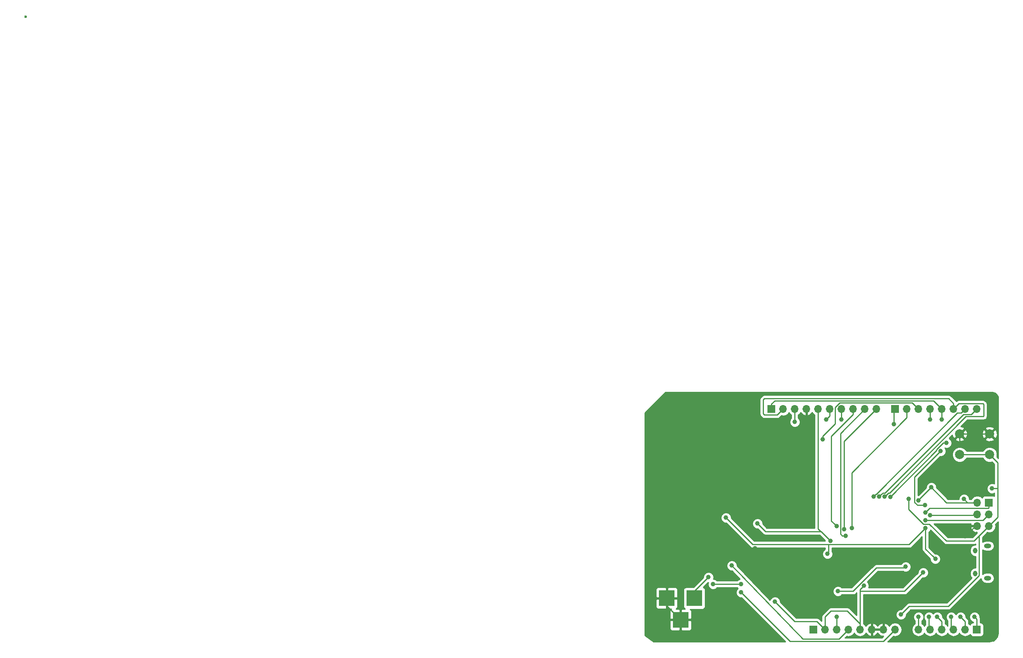
<source format=gbl>
G04 #@! TF.FileFunction,Copper,L2,Bot,Signal*
%FSLAX46Y46*%
G04 Gerber Fmt 4.6, Leading zero omitted, Abs format (unit mm)*
G04 Created by KiCad (PCBNEW 4.0.7) date Monday, August 13, 2018 'AMt' 10:39:14 AM*
%MOMM*%
%LPD*%
G01*
G04 APERTURE LIST*
%ADD10C,0.100000*%
%ADD11C,0.600000*%
%ADD12R,1.700000X1.700000*%
%ADD13O,1.700000X1.700000*%
%ADD14O,0.950000X1.250000*%
%ADD15O,1.550000X1.000000*%
%ADD16R,3.500000X3.500000*%
%ADD17C,2.000000*%
%ADD18C,1.000000*%
%ADD19C,0.250000*%
%ADD20C,0.300000*%
%ADD21C,0.254000*%
G04 APERTURE END LIST*
D10*
D11*
X150646000Y-100648000D03*
X149446000Y-100648000D03*
X148246000Y-100648000D03*
X147046000Y-100648000D03*
X150646000Y-99448000D03*
X149446000Y-99448000D03*
X148246000Y-99448000D03*
X147046000Y-99448000D03*
X150646000Y-98248000D03*
X149446000Y-98248000D03*
X148246000Y-98248000D03*
X147046000Y-98248000D03*
X150646000Y-97048000D03*
X149446000Y-97048000D03*
X148246000Y-97048000D03*
X0Y0D03*
D12*
X209658000Y-105686000D03*
D13*
X207118000Y-105686000D03*
X209658000Y-108226000D03*
X207118000Y-108226000D03*
X209658000Y-110766000D03*
X207118000Y-110766000D03*
D14*
X206676000Y-121118000D03*
X206676000Y-116118000D03*
D15*
X209376000Y-122118000D03*
X209376000Y-115118000D03*
D16*
X145542000Y-126492000D03*
X139542000Y-126492000D03*
X142542000Y-131192000D03*
D12*
X171438000Y-133316000D03*
D13*
X173978000Y-133316000D03*
X176518000Y-133316000D03*
X179058000Y-133316000D03*
X181598000Y-133316000D03*
X184138000Y-133316000D03*
X186678000Y-133316000D03*
X189218000Y-133316000D03*
D12*
X162314000Y-85316000D03*
D13*
X164854000Y-85316000D03*
X167394000Y-85316000D03*
X169934000Y-85316000D03*
X172474000Y-85316000D03*
X175014000Y-85316000D03*
X177554000Y-85316000D03*
X180094000Y-85316000D03*
X182634000Y-85316000D03*
X185174000Y-85316000D03*
D12*
X189238000Y-85316000D03*
D13*
X191778000Y-85316000D03*
X194318000Y-85316000D03*
X196858000Y-85316000D03*
X199398000Y-85316000D03*
X201938000Y-85316000D03*
X204478000Y-85316000D03*
X207018000Y-85316000D03*
D12*
X207018000Y-133316000D03*
D13*
X204478000Y-133316000D03*
X201938000Y-133316000D03*
X199398000Y-133316000D03*
X196858000Y-133316000D03*
X194318000Y-133316000D03*
D17*
X209804000Y-90750000D03*
X209804000Y-95250000D03*
X203304000Y-90750000D03*
X203304000Y-95250000D03*
D11*
X147046000Y-97048000D03*
D18*
X202946000Y-104394000D03*
X186182000Y-129730990D03*
X196029522Y-122726781D03*
X166568990Y-102616000D03*
X198628000Y-102362000D03*
X204470000Y-113030000D03*
X198882000Y-97028000D03*
X158766012Y-115633010D03*
X153162000Y-115824000D03*
X159258000Y-119380000D03*
X148082000Y-130556000D03*
X198002820Y-117936079D03*
X174498000Y-116840000D03*
X152400000Y-108966000D03*
X195834000Y-111252000D03*
X182447371Y-123773371D03*
X194310000Y-105215002D03*
X197104000Y-102362000D03*
X195326000Y-120904000D03*
X204216000Y-104902000D03*
X163068000Y-127254000D03*
X149606000Y-123444000D03*
X155702000Y-123444000D03*
X167386000Y-88138000D03*
X191516000Y-119634000D03*
X176784000Y-124968000D03*
X155702000Y-125222000D03*
X148590000Y-121920000D03*
X153670000Y-119380000D03*
X195786127Y-107872853D03*
X195827109Y-109522865D03*
X196850000Y-108458000D03*
X199390000Y-87630000D03*
X200406000Y-92710000D03*
X188158235Y-104478899D03*
X186961513Y-104390107D03*
X175134278Y-113982990D03*
X159258000Y-110236000D03*
X174244000Y-87630000D03*
X195700789Y-106222841D03*
X177546000Y-87630000D03*
X199136000Y-94488000D03*
X176475704Y-110792963D03*
X178443809Y-112887963D03*
X178150156Y-111449227D03*
X188976000Y-88646000D03*
X179832000Y-111252000D03*
X173482000Y-91948000D03*
X196850000Y-87630000D03*
X184562796Y-104338335D03*
X185761508Y-104394177D03*
X206502000Y-130556000D03*
X203454000Y-130556000D03*
X201422000Y-130556000D03*
X198374000Y-130556000D03*
X196596000Y-130556000D03*
X194310000Y-130556000D03*
X176530000Y-130556000D03*
X190500000Y-130048000D03*
X192212744Y-104863997D03*
X210312000Y-102616000D03*
D19*
X202946000Y-104394000D02*
X200914000Y-102362000D01*
X200914000Y-102362000D02*
X198628000Y-102362000D01*
X186182000Y-130438096D02*
X186182000Y-129730990D01*
X186182000Y-130568000D02*
X186182000Y-130438096D01*
X186678000Y-131064000D02*
X186182000Y-130568000D01*
X186678000Y-131064000D02*
X187692303Y-131064000D01*
X187692303Y-131064000D02*
X195529523Y-123226780D01*
X195529523Y-123226780D02*
X196029522Y-122726781D01*
X167068989Y-102116001D02*
X166568990Y-102616000D01*
X169934000Y-99250990D02*
X167068989Y-102116001D01*
X169934000Y-85316000D02*
X169934000Y-99250990D01*
X198882000Y-97028000D02*
X198882000Y-102108000D01*
X198882000Y-102108000D02*
X198628000Y-102362000D01*
X204470000Y-113030000D02*
X206734000Y-110766000D01*
X206734000Y-110766000D02*
X207118000Y-110766000D01*
X203304000Y-90750000D02*
X203304000Y-92606000D01*
X203304000Y-92606000D02*
X198882000Y-97028000D01*
X159258000Y-118872000D02*
X158766012Y-118380012D01*
X158766012Y-118380012D02*
X158766012Y-116340116D01*
X158766012Y-116340116D02*
X158766012Y-115633010D01*
X203304000Y-90750000D02*
X209804000Y-90750000D01*
X186678000Y-131064000D02*
X186678000Y-133316000D01*
X183896000Y-133074000D02*
X184138000Y-133316000D01*
X186678000Y-133316000D02*
X184138000Y-133316000D01*
X159258000Y-118872000D02*
X156210000Y-118872000D01*
X156210000Y-118872000D02*
X153162000Y-115824000D01*
X159258000Y-118872000D02*
X159258000Y-119380000D01*
D20*
X147446000Y-131192000D02*
X142542000Y-131192000D01*
X148082000Y-130556000D02*
X147446000Y-131192000D01*
D19*
X139542000Y-126492000D02*
X139542000Y-128192000D01*
X139542000Y-128192000D02*
X142542000Y-131192000D01*
X197502821Y-117436080D02*
X198002820Y-117936079D01*
X195834000Y-115767259D02*
X197502821Y-117436080D01*
X195834000Y-111252000D02*
X195834000Y-115767259D01*
X174752000Y-114808000D02*
X174752000Y-116586000D01*
X174752000Y-116586000D02*
X174498000Y-116840000D01*
X158242000Y-114808000D02*
X174752000Y-114808000D01*
X174752000Y-114808000D02*
X192278000Y-114808000D01*
X192278000Y-114808000D02*
X195834000Y-111252000D01*
X152400000Y-108966000D02*
X158242000Y-114808000D01*
X173978000Y-133316000D02*
X173978000Y-130568000D01*
X181598000Y-132068000D02*
X181598000Y-133316000D01*
X178816000Y-129286000D02*
X181598000Y-132068000D01*
X175260000Y-129286000D02*
X178816000Y-129286000D01*
X173978000Y-130568000D02*
X175260000Y-129286000D01*
X181947372Y-124273370D02*
X182447371Y-123773371D01*
X181598000Y-124622742D02*
X181947372Y-124273370D01*
X181598000Y-124968000D02*
X181598000Y-124622742D01*
X194310000Y-105156000D02*
X194310000Y-105215002D01*
X197104000Y-102362000D02*
X194310000Y-105156000D01*
X207118000Y-105686000D02*
X200428000Y-105686000D01*
X200428000Y-105686000D02*
X197104000Y-102362000D01*
X181598000Y-133316000D02*
X181598000Y-124968000D01*
X181598000Y-124968000D02*
X191262000Y-124968000D01*
X191262000Y-124968000D02*
X195326000Y-120904000D01*
X205000000Y-105686000D02*
X207118000Y-105686000D01*
X204216000Y-104902000D02*
X205000000Y-105686000D01*
X181610000Y-133304000D02*
X181598000Y-133316000D01*
X167386000Y-131572000D02*
X172234000Y-131572000D01*
X172234000Y-131572000D02*
X173978000Y-133316000D01*
X163068000Y-127254000D02*
X167386000Y-131572000D01*
X155702000Y-123444000D02*
X149606000Y-123444000D01*
X167386000Y-88138000D02*
X167386000Y-85324000D01*
X167386000Y-85324000D02*
X167394000Y-85316000D01*
X180086000Y-124968000D02*
X185166000Y-119888000D01*
X185166000Y-119888000D02*
X191262000Y-119888000D01*
X191262000Y-119888000D02*
X191516000Y-119634000D01*
X176784000Y-124968000D02*
X180086000Y-124968000D01*
X186644000Y-135890000D02*
X189218000Y-133316000D01*
X166370000Y-135890000D02*
X186644000Y-135890000D01*
X155702000Y-125222000D02*
X166370000Y-135890000D01*
X145542000Y-126492000D02*
X145542000Y-124968000D01*
X145542000Y-124968000D02*
X148590000Y-121920000D01*
X176992000Y-135382000D02*
X179058000Y-133316000D01*
X169164000Y-135382000D02*
X176992000Y-135382000D01*
X153670000Y-119380000D02*
X169164000Y-135382000D01*
X209658000Y-105686000D02*
X209658000Y-106786000D01*
X209658000Y-106786000D02*
X209510000Y-106934000D01*
X196724980Y-106934000D02*
X196286126Y-107372854D01*
X196286126Y-107372854D02*
X195786127Y-107872853D01*
X209510000Y-106934000D02*
X196724980Y-106934000D01*
X208361135Y-109522865D02*
X196534215Y-109522865D01*
X196534215Y-109522865D02*
X195827109Y-109522865D01*
X209658000Y-108226000D02*
X208361135Y-109522865D01*
X206886000Y-108458000D02*
X207118000Y-108226000D01*
X196850000Y-108458000D02*
X206886000Y-108458000D01*
X199698894Y-92710000D02*
X200406000Y-92710000D01*
X198310998Y-94097896D02*
X199698894Y-92710000D01*
X198310998Y-94326136D02*
X198310998Y-94097896D01*
X188158235Y-104478899D02*
X198310998Y-94326136D01*
X162314000Y-84216000D02*
X162314000Y-85316000D01*
X163021989Y-83508011D02*
X162314000Y-84216000D01*
X197590011Y-83508011D02*
X163021989Y-83508011D01*
X199398000Y-85316000D02*
X197590011Y-83508011D01*
X199390000Y-87630000D02*
X199390000Y-85324000D01*
X199390000Y-85324000D02*
X199398000Y-85316000D01*
X160782000Y-86614000D02*
X163556000Y-86614000D01*
X163556000Y-86614000D02*
X164854000Y-85316000D01*
X160528000Y-86360000D02*
X160782000Y-86614000D01*
X160528000Y-83312000D02*
X160528000Y-86360000D01*
X160782000Y-83058000D02*
X160528000Y-83312000D01*
X200882081Y-83058000D02*
X160782000Y-83058000D01*
X201938000Y-84113919D02*
X200882081Y-83058000D01*
X201938000Y-85316000D02*
X201938000Y-84113919D01*
X208346999Y-84140999D02*
X208534000Y-84328000D01*
X188023001Y-103568999D02*
X187817999Y-103568999D01*
X208460988Y-86941012D02*
X204650988Y-86941012D01*
X208534000Y-84328000D02*
X208534000Y-86868000D01*
X187198000Y-104188998D02*
X187198000Y-104394000D01*
X201938000Y-85316000D02*
X203113001Y-84140999D01*
X203113001Y-84140999D02*
X208346999Y-84140999D01*
X208534000Y-86868000D02*
X208460988Y-86941012D01*
X204650988Y-86941012D02*
X188023001Y-103568999D01*
X187817999Y-103568999D02*
X187198000Y-104188998D01*
X187198000Y-104394000D02*
X186965406Y-104394000D01*
X186965406Y-104394000D02*
X186961513Y-104390107D01*
X174634279Y-113482991D02*
X175134278Y-113982990D01*
X173113659Y-111962371D02*
X174634279Y-113482991D01*
X173025629Y-111962371D02*
X173113659Y-111962371D01*
X160984371Y-111962371D02*
X173025629Y-111962371D01*
X159258000Y-110236000D02*
X160984371Y-111962371D01*
X172474000Y-85316000D02*
X172474000Y-111410742D01*
X172474000Y-111410742D02*
X173025629Y-111962371D01*
X174244000Y-87630000D02*
X175014000Y-86860000D01*
X175014000Y-86860000D02*
X175014000Y-85316000D01*
X194096835Y-106222841D02*
X194993683Y-106222841D01*
X193484998Y-105611004D02*
X194096835Y-106222841D01*
X193484998Y-100139002D02*
X193484998Y-105611004D01*
X199136000Y-94488000D02*
X193484998Y-100139002D01*
X194993683Y-106222841D02*
X195700789Y-106222841D01*
X177546000Y-87630000D02*
X177546000Y-85324000D01*
X177546000Y-85324000D02*
X177554000Y-85316000D01*
X180094000Y-85316000D02*
X180094000Y-86518081D01*
X175364965Y-91247116D02*
X175364965Y-109682224D01*
X175364965Y-109682224D02*
X175975705Y-110292964D01*
X180094000Y-86518081D02*
X175364965Y-91247116D01*
X175975705Y-110292964D02*
X176475704Y-110792963D01*
X177736703Y-112887963D02*
X178443809Y-112887963D01*
X182634000Y-85316000D02*
X177325154Y-90624846D01*
X177325154Y-90624846D02*
X177325154Y-112476414D01*
X177325154Y-112476414D02*
X177736703Y-112887963D01*
X178150156Y-110742121D02*
X178150156Y-111449227D01*
X178150156Y-92339844D02*
X178150156Y-110742121D01*
X185174000Y-85316000D02*
X178150156Y-92339844D01*
X188976000Y-88646000D02*
X188976000Y-85578000D01*
X188976000Y-85578000D02*
X189238000Y-85316000D01*
X179832000Y-99161744D02*
X179832000Y-111252000D01*
X191778000Y-87215744D02*
X179832000Y-99161744D01*
X191778000Y-85316000D02*
X191778000Y-87215744D01*
X193468001Y-84466001D02*
X194318000Y-85316000D01*
X192960022Y-83958022D02*
X193468001Y-84466001D01*
X177172976Y-83958022D02*
X192960022Y-83958022D01*
X176189001Y-84941997D02*
X177172976Y-83958022D01*
X176189001Y-88533893D02*
X176189001Y-84941997D01*
X173482000Y-91240894D02*
X176189001Y-88533893D01*
X173482000Y-91948000D02*
X173482000Y-91240894D01*
X196850000Y-87630000D02*
X196850000Y-85324000D01*
X196850000Y-85324000D02*
X196858000Y-85316000D01*
X203628001Y-86165999D02*
X202789917Y-86165999D01*
X204478000Y-85316000D02*
X203628001Y-86165999D01*
X202789917Y-86165999D02*
X185117580Y-103838336D01*
X185117580Y-103838336D02*
X185062795Y-103838336D01*
X185062795Y-103838336D02*
X184562796Y-104338335D01*
X204084999Y-86491001D02*
X187010894Y-103565106D01*
X187010894Y-103565106D02*
X186590579Y-103565106D01*
X186590579Y-103565106D02*
X186261507Y-103894178D01*
X186261507Y-103894178D02*
X185761508Y-104394177D01*
X207018000Y-85316000D02*
X205842999Y-86491001D01*
X205842999Y-86491001D02*
X204084999Y-86491001D01*
X206502000Y-130556000D02*
X207018000Y-131072000D01*
X207018000Y-131072000D02*
X207018000Y-133316000D01*
X204478000Y-133316000D02*
X204478000Y-131580000D01*
X204478000Y-131580000D02*
X203454000Y-130556000D01*
X201422000Y-130556000D02*
X201422000Y-132800000D01*
X201422000Y-132800000D02*
X201938000Y-133316000D01*
X199398000Y-133316000D02*
X199398000Y-131580000D01*
X199398000Y-131580000D02*
X198374000Y-130556000D01*
X196596000Y-130556000D02*
X196596000Y-133054000D01*
X196596000Y-133054000D02*
X196858000Y-133316000D01*
X194310000Y-130556000D02*
X194310000Y-133308000D01*
X194310000Y-133308000D02*
X194318000Y-133316000D01*
X176530000Y-130556000D02*
X176530000Y-133304000D01*
X176530000Y-133304000D02*
X176518000Y-133316000D01*
X200805384Y-128270000D02*
X192278000Y-128270000D01*
X192278000Y-128270000D02*
X190500000Y-130048000D01*
X207518000Y-112906000D02*
X206378000Y-114046000D01*
X207518000Y-112906000D02*
X207518000Y-121557384D01*
X209658000Y-110766000D02*
X207518000Y-112906000D01*
X207518000Y-121557384D02*
X200805384Y-128270000D01*
X206378000Y-114046000D02*
X200406000Y-114046000D01*
X192212744Y-107129504D02*
X192212744Y-105571103D01*
X196707867Y-110347867D02*
X195431107Y-110347867D01*
X200406000Y-114046000D02*
X196707867Y-110347867D01*
X195431107Y-110347867D02*
X192212744Y-107129504D01*
X192212744Y-105571103D02*
X192212744Y-104863997D01*
X209804000Y-95250000D02*
X203304000Y-95250000D01*
X211582000Y-102616000D02*
X210312000Y-102616000D01*
X209804000Y-95250000D02*
X211582000Y-97028000D01*
X211582000Y-108842000D02*
X209658000Y-110766000D01*
X211582000Y-97028000D02*
X211582000Y-102616000D01*
X211582000Y-102616000D02*
X211582000Y-108842000D01*
D21*
G36*
X210979033Y-81884999D02*
X211285568Y-82150294D01*
X211459450Y-82393728D01*
X211613100Y-82700228D01*
X211659000Y-83336676D01*
X211659000Y-96030198D01*
X211370275Y-95741473D01*
X211438716Y-95576648D01*
X211439284Y-94926205D01*
X211190894Y-94325057D01*
X210731363Y-93864722D01*
X210130648Y-93615284D01*
X209480205Y-93614716D01*
X208879057Y-93863106D01*
X208418722Y-94322637D01*
X208349227Y-94490000D01*
X204759047Y-94490000D01*
X204690894Y-94325057D01*
X204231363Y-93864722D01*
X203630648Y-93615284D01*
X202980205Y-93614716D01*
X202379057Y-93863106D01*
X201918722Y-94322637D01*
X201669284Y-94923352D01*
X201668716Y-95573795D01*
X201917106Y-96174943D01*
X202376637Y-96635278D01*
X202977352Y-96884716D01*
X203627795Y-96885284D01*
X204228943Y-96636894D01*
X204689278Y-96177363D01*
X204758773Y-96010000D01*
X208348953Y-96010000D01*
X208417106Y-96174943D01*
X208876637Y-96635278D01*
X209477352Y-96884716D01*
X210127795Y-96885284D01*
X210295279Y-96816081D01*
X210822000Y-97342802D01*
X210822000Y-101598811D01*
X210538756Y-101481197D01*
X210087225Y-101480803D01*
X209669914Y-101653233D01*
X209350355Y-101972235D01*
X209177197Y-102389244D01*
X209176803Y-102840775D01*
X209349233Y-103258086D01*
X209668235Y-103577645D01*
X210085244Y-103750803D01*
X210536775Y-103751197D01*
X210822000Y-103633344D01*
X210822000Y-104282007D01*
X210759890Y-104239569D01*
X210508000Y-104188560D01*
X208808000Y-104188560D01*
X208572683Y-104232838D01*
X208356559Y-104371910D01*
X208211569Y-104584110D01*
X208200159Y-104640454D01*
X208197147Y-104635946D01*
X207715378Y-104314039D01*
X207147093Y-104201000D01*
X207088907Y-104201000D01*
X206520622Y-104314039D01*
X206038853Y-104635946D01*
X205845046Y-104926000D01*
X205350980Y-104926000D01*
X205351197Y-104677225D01*
X205178767Y-104259914D01*
X204859765Y-103940355D01*
X204442756Y-103767197D01*
X203991225Y-103766803D01*
X203573914Y-103939233D01*
X203254355Y-104258235D01*
X203081197Y-104675244D01*
X203080978Y-104926000D01*
X200742802Y-104926000D01*
X198238948Y-102422146D01*
X198239197Y-102137225D01*
X198066767Y-101719914D01*
X197747765Y-101400355D01*
X197330756Y-101227197D01*
X196879225Y-101226803D01*
X196461914Y-101399233D01*
X196142355Y-101718235D01*
X195969197Y-102135244D01*
X195968947Y-102422251D01*
X194311196Y-104080002D01*
X194244998Y-104079944D01*
X194244998Y-100453804D01*
X199075854Y-95622948D01*
X199360775Y-95623197D01*
X199778086Y-95450767D01*
X200097645Y-95131765D01*
X200270803Y-94714756D01*
X200271197Y-94263225D01*
X200098767Y-93845914D01*
X200039896Y-93786941D01*
X200179244Y-93844803D01*
X200630775Y-93845197D01*
X201048086Y-93672767D01*
X201367645Y-93353765D01*
X201540803Y-92936756D01*
X201541197Y-92485225D01*
X201368767Y-92067914D01*
X201203674Y-91902532D01*
X202331073Y-91902532D01*
X202429736Y-92169387D01*
X203039461Y-92395908D01*
X203689460Y-92371856D01*
X204178264Y-92169387D01*
X204276927Y-91902532D01*
X208831073Y-91902532D01*
X208929736Y-92169387D01*
X209539461Y-92395908D01*
X210189460Y-92371856D01*
X210678264Y-92169387D01*
X210776927Y-91902532D01*
X209804000Y-90929605D01*
X208831073Y-91902532D01*
X204276927Y-91902532D01*
X203304000Y-90929605D01*
X202331073Y-91902532D01*
X201203674Y-91902532D01*
X201049765Y-91748355D01*
X200956976Y-91709826D01*
X201676763Y-90990039D01*
X201682144Y-91135460D01*
X201884613Y-91624264D01*
X202151468Y-91722927D01*
X203124395Y-90750000D01*
X203483605Y-90750000D01*
X204456532Y-91722927D01*
X204723387Y-91624264D01*
X204949908Y-91014539D01*
X204930331Y-90485461D01*
X208158092Y-90485461D01*
X208182144Y-91135460D01*
X208384613Y-91624264D01*
X208651468Y-91722927D01*
X209624395Y-90750000D01*
X209983605Y-90750000D01*
X210956532Y-91722927D01*
X211223387Y-91624264D01*
X211449908Y-91014539D01*
X211425856Y-90364540D01*
X211223387Y-89875736D01*
X210956532Y-89777073D01*
X209983605Y-90750000D01*
X209624395Y-90750000D01*
X208651468Y-89777073D01*
X208384613Y-89875736D01*
X208158092Y-90485461D01*
X204930331Y-90485461D01*
X204925856Y-90364540D01*
X204723387Y-89875736D01*
X204456532Y-89777073D01*
X203483605Y-90750000D01*
X203124395Y-90750000D01*
X203110253Y-90735858D01*
X203289858Y-90556253D01*
X203304000Y-90570395D01*
X204276927Y-89597468D01*
X208831073Y-89597468D01*
X209804000Y-90570395D01*
X210776927Y-89597468D01*
X210678264Y-89330613D01*
X210068539Y-89104092D01*
X209418540Y-89128144D01*
X208929736Y-89330613D01*
X208831073Y-89597468D01*
X204276927Y-89597468D01*
X204178264Y-89330613D01*
X203568539Y-89104092D01*
X203562486Y-89104316D01*
X204965790Y-87701012D01*
X208460988Y-87701012D01*
X208751827Y-87643160D01*
X208998389Y-87478413D01*
X209071401Y-87405401D01*
X209236148Y-87158839D01*
X209294000Y-86868000D01*
X209294000Y-84328000D01*
X209236148Y-84037161D01*
X209236148Y-84037160D01*
X209071401Y-83790599D01*
X208884400Y-83603598D01*
X208637838Y-83438851D01*
X208346999Y-83380999D01*
X203113001Y-83380999D01*
X202822161Y-83438851D01*
X202575600Y-83603598D01*
X202526382Y-83652816D01*
X202475401Y-83576518D01*
X201419482Y-82520599D01*
X201172920Y-82355852D01*
X200882081Y-82298000D01*
X160782000Y-82298000D01*
X160491160Y-82355852D01*
X160244599Y-82520599D01*
X159990599Y-82774599D01*
X159825852Y-83021161D01*
X159768000Y-83312000D01*
X159768000Y-86360000D01*
X159825852Y-86650839D01*
X159990599Y-86897401D01*
X160244599Y-87151401D01*
X160491160Y-87316148D01*
X160782000Y-87374000D01*
X163556000Y-87374000D01*
X163846839Y-87316148D01*
X164093401Y-87151401D01*
X164487592Y-86757210D01*
X164854000Y-86830093D01*
X165422285Y-86717054D01*
X165904054Y-86395147D01*
X166124000Y-86065974D01*
X166343946Y-86395147D01*
X166626000Y-86583609D01*
X166626000Y-87292941D01*
X166424355Y-87494235D01*
X166251197Y-87911244D01*
X166250803Y-88362775D01*
X166423233Y-88780086D01*
X166742235Y-89099645D01*
X167159244Y-89272803D01*
X167610775Y-89273197D01*
X168028086Y-89100767D01*
X168347645Y-88781765D01*
X168520803Y-88364756D01*
X168521197Y-87913225D01*
X168348767Y-87495914D01*
X168146000Y-87292793D01*
X168146000Y-86594300D01*
X168444054Y-86395147D01*
X168671702Y-86054447D01*
X168738817Y-86197358D01*
X169167076Y-86587645D01*
X169577110Y-86757476D01*
X169807000Y-86636155D01*
X169807000Y-85443000D01*
X169787000Y-85443000D01*
X169787000Y-85189000D01*
X169807000Y-85189000D01*
X169807000Y-85169000D01*
X170061000Y-85169000D01*
X170061000Y-85189000D01*
X170081000Y-85189000D01*
X170081000Y-85443000D01*
X170061000Y-85443000D01*
X170061000Y-86636155D01*
X170290890Y-86757476D01*
X170700924Y-86587645D01*
X171129183Y-86197358D01*
X171196298Y-86054447D01*
X171423946Y-86395147D01*
X171714000Y-86588954D01*
X171714000Y-111202371D01*
X161299173Y-111202371D01*
X160392948Y-110296146D01*
X160393197Y-110011225D01*
X160220767Y-109593914D01*
X159901765Y-109274355D01*
X159484756Y-109101197D01*
X159033225Y-109100803D01*
X158615914Y-109273233D01*
X158296355Y-109592235D01*
X158123197Y-110009244D01*
X158122803Y-110460775D01*
X158295233Y-110878086D01*
X158614235Y-111197645D01*
X159031244Y-111370803D01*
X159318251Y-111371053D01*
X160446970Y-112499772D01*
X160693531Y-112664519D01*
X160984371Y-112722371D01*
X172798857Y-112722371D01*
X173999330Y-113922844D01*
X173999220Y-114048000D01*
X158556802Y-114048000D01*
X153534948Y-109026146D01*
X153535197Y-108741225D01*
X153362767Y-108323914D01*
X153043765Y-108004355D01*
X152626756Y-107831197D01*
X152175225Y-107830803D01*
X151757914Y-108003233D01*
X151438355Y-108322235D01*
X151265197Y-108739244D01*
X151264803Y-109190775D01*
X151437233Y-109608086D01*
X151756235Y-109927645D01*
X152173244Y-110100803D01*
X152460251Y-110101053D01*
X157704599Y-115345401D01*
X157951161Y-115510148D01*
X158242000Y-115568000D01*
X173992000Y-115568000D01*
X173992000Y-115821003D01*
X173855914Y-115877233D01*
X173536355Y-116196235D01*
X173363197Y-116613244D01*
X173362803Y-117064775D01*
X173535233Y-117482086D01*
X173854235Y-117801645D01*
X174271244Y-117974803D01*
X174722775Y-117975197D01*
X175140086Y-117802767D01*
X175459645Y-117483765D01*
X175632803Y-117066756D01*
X175633197Y-116615225D01*
X175512000Y-116321907D01*
X175512000Y-115568000D01*
X192278000Y-115568000D01*
X192568839Y-115510148D01*
X192815401Y-115345401D01*
X195074000Y-113086802D01*
X195074000Y-115767259D01*
X195131852Y-116058098D01*
X195296599Y-116304660D01*
X196867872Y-117875933D01*
X196867623Y-118160854D01*
X197040053Y-118578165D01*
X197359055Y-118897724D01*
X197776064Y-119070882D01*
X198227595Y-119071276D01*
X198644906Y-118898846D01*
X198964465Y-118579844D01*
X199137623Y-118162835D01*
X199138017Y-117711304D01*
X198965587Y-117293993D01*
X198646585Y-116974434D01*
X198229576Y-116801276D01*
X197942569Y-116801026D01*
X196594000Y-115452457D01*
X196594000Y-112097059D01*
X196795645Y-111895765D01*
X196908699Y-111623501D01*
X199868599Y-114583401D01*
X200115161Y-114748148D01*
X200406000Y-114806000D01*
X206378000Y-114806000D01*
X206668839Y-114748148D01*
X206758000Y-114688573D01*
X206758000Y-114849626D01*
X206676000Y-114833315D01*
X206251221Y-114917809D01*
X205891111Y-115158426D01*
X205650494Y-115518536D01*
X205566000Y-115943315D01*
X205566000Y-116292685D01*
X205650494Y-116717464D01*
X205891111Y-117077574D01*
X206251221Y-117318191D01*
X206676000Y-117402685D01*
X206758000Y-117386374D01*
X206758000Y-119849626D01*
X206676000Y-119833315D01*
X206251221Y-119917809D01*
X205891111Y-120158426D01*
X205650494Y-120518536D01*
X205566000Y-120943315D01*
X205566000Y-121292685D01*
X205650494Y-121717464D01*
X205891111Y-122077574D01*
X205910232Y-122090350D01*
X200490582Y-127510000D01*
X192278000Y-127510000D01*
X191987161Y-127567852D01*
X191740599Y-127732599D01*
X190560146Y-128913052D01*
X190275225Y-128912803D01*
X189857914Y-129085233D01*
X189538355Y-129404235D01*
X189365197Y-129821244D01*
X189364803Y-130272775D01*
X189537233Y-130690086D01*
X189856235Y-131009645D01*
X190273244Y-131182803D01*
X190724775Y-131183197D01*
X191142086Y-131010767D01*
X191461645Y-130691765D01*
X191634803Y-130274756D01*
X191635053Y-129987749D01*
X192592802Y-129030000D01*
X200805384Y-129030000D01*
X201096223Y-128972148D01*
X201342785Y-128807401D01*
X207953940Y-122196246D01*
X208024773Y-122552346D01*
X208270810Y-122920566D01*
X208639030Y-123166603D01*
X209073376Y-123253000D01*
X209678624Y-123253000D01*
X210112970Y-123166603D01*
X210481190Y-122920566D01*
X210727227Y-122552346D01*
X210813624Y-122118000D01*
X210727227Y-121683654D01*
X210481190Y-121315434D01*
X210112970Y-121069397D01*
X209678624Y-120983000D01*
X209073376Y-120983000D01*
X208639030Y-121069397D01*
X208278000Y-121310630D01*
X208278000Y-115925370D01*
X208639030Y-116166603D01*
X209073376Y-116253000D01*
X209678624Y-116253000D01*
X210112970Y-116166603D01*
X210481190Y-115920566D01*
X210727227Y-115552346D01*
X210813624Y-115118000D01*
X210727227Y-114683654D01*
X210481190Y-114315434D01*
X210112970Y-114069397D01*
X209678624Y-113983000D01*
X209073376Y-113983000D01*
X208639030Y-114069397D01*
X208278000Y-114310630D01*
X208278000Y-113220802D01*
X209311031Y-112187771D01*
X209628907Y-112251000D01*
X209687093Y-112251000D01*
X210255378Y-112137961D01*
X210737147Y-111816054D01*
X211059054Y-111334285D01*
X211172093Y-110766000D01*
X211099210Y-110399592D01*
X211659000Y-109839802D01*
X211659000Y-134044533D01*
X211505398Y-134816743D01*
X211270471Y-135168335D01*
X210612457Y-135744097D01*
X210508741Y-135813398D01*
X209736533Y-135967000D01*
X187641802Y-135967000D01*
X188851592Y-134757210D01*
X189218000Y-134830093D01*
X189786285Y-134717054D01*
X190268054Y-134395147D01*
X190589961Y-133913378D01*
X190703000Y-133345093D01*
X190703000Y-133286907D01*
X192833000Y-133286907D01*
X192833000Y-133345093D01*
X192946039Y-133913378D01*
X193267946Y-134395147D01*
X193749715Y-134717054D01*
X194318000Y-134830093D01*
X194886285Y-134717054D01*
X195368054Y-134395147D01*
X195588000Y-134065974D01*
X195807946Y-134395147D01*
X196289715Y-134717054D01*
X196858000Y-134830093D01*
X197426285Y-134717054D01*
X197908054Y-134395147D01*
X198128000Y-134065974D01*
X198347946Y-134395147D01*
X198829715Y-134717054D01*
X199398000Y-134830093D01*
X199966285Y-134717054D01*
X200448054Y-134395147D01*
X200668000Y-134065974D01*
X200887946Y-134395147D01*
X201369715Y-134717054D01*
X201938000Y-134830093D01*
X202506285Y-134717054D01*
X202988054Y-134395147D01*
X203208000Y-134065974D01*
X203427946Y-134395147D01*
X203909715Y-134717054D01*
X204478000Y-134830093D01*
X205046285Y-134717054D01*
X205528054Y-134395147D01*
X205555850Y-134353548D01*
X205564838Y-134401317D01*
X205703910Y-134617441D01*
X205916110Y-134762431D01*
X206168000Y-134813440D01*
X207868000Y-134813440D01*
X208103317Y-134769162D01*
X208319441Y-134630090D01*
X208464431Y-134417890D01*
X208515440Y-134166000D01*
X208515440Y-132466000D01*
X208471162Y-132230683D01*
X208332090Y-132014559D01*
X208119890Y-131869569D01*
X207868000Y-131818560D01*
X207778000Y-131818560D01*
X207778000Y-131072000D01*
X207720148Y-130781161D01*
X207720148Y-130781160D01*
X207636913Y-130656590D01*
X207637197Y-130331225D01*
X207464767Y-129913914D01*
X207145765Y-129594355D01*
X206728756Y-129421197D01*
X206277225Y-129420803D01*
X205859914Y-129593233D01*
X205540355Y-129912235D01*
X205367197Y-130329244D01*
X205366803Y-130780775D01*
X205539233Y-131198086D01*
X205858235Y-131517645D01*
X206258000Y-131683643D01*
X206258000Y-131818560D01*
X206168000Y-131818560D01*
X205932683Y-131862838D01*
X205716559Y-132001910D01*
X205571569Y-132214110D01*
X205557914Y-132281541D01*
X205528054Y-132236853D01*
X205238000Y-132043046D01*
X205238000Y-131580000D01*
X205180148Y-131289161D01*
X205015401Y-131042599D01*
X204588948Y-130616146D01*
X204589197Y-130331225D01*
X204416767Y-129913914D01*
X204097765Y-129594355D01*
X203680756Y-129421197D01*
X203229225Y-129420803D01*
X202811914Y-129593233D01*
X202492355Y-129912235D01*
X202438080Y-130042942D01*
X202384767Y-129913914D01*
X202065765Y-129594355D01*
X201648756Y-129421197D01*
X201197225Y-129420803D01*
X200779914Y-129593233D01*
X200460355Y-129912235D01*
X200287197Y-130329244D01*
X200286803Y-130780775D01*
X200459233Y-131198086D01*
X200662000Y-131401207D01*
X200662000Y-132557047D01*
X200448054Y-132236853D01*
X200158000Y-132043046D01*
X200158000Y-131580000D01*
X200100148Y-131289161D01*
X199935401Y-131042599D01*
X199508948Y-130616146D01*
X199509197Y-130331225D01*
X199336767Y-129913914D01*
X199017765Y-129594355D01*
X198600756Y-129421197D01*
X198149225Y-129420803D01*
X197731914Y-129593233D01*
X197484849Y-129839867D01*
X197239765Y-129594355D01*
X196822756Y-129421197D01*
X196371225Y-129420803D01*
X195953914Y-129593233D01*
X195634355Y-129912235D01*
X195461197Y-130329244D01*
X195460803Y-130780775D01*
X195633233Y-131198086D01*
X195836000Y-131401207D01*
X195836000Y-132218108D01*
X195807946Y-132236853D01*
X195588000Y-132566026D01*
X195368054Y-132236853D01*
X195070000Y-132037700D01*
X195070000Y-131401059D01*
X195271645Y-131199765D01*
X195444803Y-130782756D01*
X195445197Y-130331225D01*
X195272767Y-129913914D01*
X194953765Y-129594355D01*
X194536756Y-129421197D01*
X194085225Y-129420803D01*
X193667914Y-129593233D01*
X193348355Y-129912235D01*
X193175197Y-130329244D01*
X193174803Y-130780775D01*
X193347233Y-131198086D01*
X193550000Y-131401207D01*
X193550000Y-132048391D01*
X193267946Y-132236853D01*
X192946039Y-132718622D01*
X192833000Y-133286907D01*
X190703000Y-133286907D01*
X190589961Y-132718622D01*
X190268054Y-132236853D01*
X189786285Y-131914946D01*
X189218000Y-131801907D01*
X188649715Y-131914946D01*
X188167946Y-132236853D01*
X187940298Y-132577553D01*
X187873183Y-132434642D01*
X187444924Y-132044355D01*
X187034890Y-131874524D01*
X186805000Y-131995845D01*
X186805000Y-133189000D01*
X186825000Y-133189000D01*
X186825000Y-133443000D01*
X186805000Y-133443000D01*
X186805000Y-133463000D01*
X186551000Y-133463000D01*
X186551000Y-133443000D01*
X184265000Y-133443000D01*
X184265000Y-134636155D01*
X184494890Y-134757476D01*
X184904924Y-134587645D01*
X185333183Y-134197358D01*
X185408000Y-134038046D01*
X185482817Y-134197358D01*
X185911076Y-134587645D01*
X186321110Y-134757476D01*
X186550998Y-134636156D01*
X186550998Y-134801000D01*
X186658198Y-134801000D01*
X186329198Y-135130000D01*
X178318802Y-135130000D01*
X178691592Y-134757210D01*
X179058000Y-134830093D01*
X179626285Y-134717054D01*
X180108054Y-134395147D01*
X180328000Y-134065974D01*
X180547946Y-134395147D01*
X181029715Y-134717054D01*
X181598000Y-134830093D01*
X182166285Y-134717054D01*
X182648054Y-134395147D01*
X182875702Y-134054447D01*
X182942817Y-134197358D01*
X183371076Y-134587645D01*
X183781110Y-134757476D01*
X184011000Y-134636155D01*
X184011000Y-133443000D01*
X183991000Y-133443000D01*
X183991000Y-133189000D01*
X184011000Y-133189000D01*
X184011000Y-131995845D01*
X184265000Y-131995845D01*
X184265000Y-133189000D01*
X186551000Y-133189000D01*
X186551000Y-131995845D01*
X186321110Y-131874524D01*
X185911076Y-132044355D01*
X185482817Y-132434642D01*
X185408000Y-132593954D01*
X185333183Y-132434642D01*
X184904924Y-132044355D01*
X184494890Y-131874524D01*
X184265000Y-131995845D01*
X184011000Y-131995845D01*
X183781110Y-131874524D01*
X183371076Y-132044355D01*
X182942817Y-132434642D01*
X182875702Y-132577553D01*
X182648054Y-132236853D01*
X182358000Y-132043046D01*
X182358000Y-125728000D01*
X191262000Y-125728000D01*
X191552839Y-125670148D01*
X191799401Y-125505401D01*
X195265854Y-122038948D01*
X195550775Y-122039197D01*
X195968086Y-121866767D01*
X196287645Y-121547765D01*
X196460803Y-121130756D01*
X196461197Y-120679225D01*
X196288767Y-120261914D01*
X195969765Y-119942355D01*
X195552756Y-119769197D01*
X195101225Y-119768803D01*
X194683914Y-119941233D01*
X194364355Y-120260235D01*
X194191197Y-120677244D01*
X194190947Y-120964251D01*
X190947198Y-124208000D01*
X183495857Y-124208000D01*
X183582174Y-124000127D01*
X183582568Y-123548596D01*
X183410138Y-123131285D01*
X183204007Y-122924795D01*
X185480802Y-120648000D01*
X190998319Y-120648000D01*
X191289244Y-120768803D01*
X191740775Y-120769197D01*
X192158086Y-120596767D01*
X192477645Y-120277765D01*
X192650803Y-119860756D01*
X192651197Y-119409225D01*
X192478767Y-118991914D01*
X192159765Y-118672355D01*
X191742756Y-118499197D01*
X191291225Y-118498803D01*
X190873914Y-118671233D01*
X190554355Y-118990235D01*
X190497150Y-119128000D01*
X185166000Y-119128000D01*
X184875161Y-119185852D01*
X184628599Y-119350599D01*
X179771198Y-124208000D01*
X177629059Y-124208000D01*
X177427765Y-124006355D01*
X177010756Y-123833197D01*
X176559225Y-123832803D01*
X176141914Y-124005233D01*
X175822355Y-124324235D01*
X175649197Y-124741244D01*
X175648803Y-125192775D01*
X175821233Y-125610086D01*
X176140235Y-125929645D01*
X176557244Y-126102803D01*
X177008775Y-126103197D01*
X177426086Y-125930767D01*
X177629207Y-125728000D01*
X180086000Y-125728000D01*
X180376839Y-125670148D01*
X180623401Y-125505401D01*
X180838000Y-125290802D01*
X180838000Y-130233198D01*
X179353401Y-128748599D01*
X179106839Y-128583852D01*
X178816000Y-128526000D01*
X175260000Y-128526000D01*
X174969161Y-128583852D01*
X174722599Y-128748599D01*
X173440599Y-130030599D01*
X173275852Y-130277161D01*
X173218000Y-130568000D01*
X173218000Y-131481198D01*
X172771401Y-131034599D01*
X172524839Y-130869852D01*
X172234000Y-130812000D01*
X167700802Y-130812000D01*
X164202948Y-127314146D01*
X164203197Y-127029225D01*
X164030767Y-126611914D01*
X163711765Y-126292355D01*
X163294756Y-126119197D01*
X162843225Y-126118803D01*
X162425914Y-126291233D01*
X162106355Y-126610235D01*
X161992972Y-126883291D01*
X154804931Y-119459578D01*
X154805197Y-119155225D01*
X154632767Y-118737914D01*
X154313765Y-118418355D01*
X153896756Y-118245197D01*
X153445225Y-118244803D01*
X153027914Y-118417233D01*
X152708355Y-118736235D01*
X152535197Y-119153244D01*
X152534803Y-119604775D01*
X152707233Y-120022086D01*
X153026235Y-120341645D01*
X153443244Y-120514803D01*
X153711124Y-120515037D01*
X155456312Y-122317444D01*
X155059914Y-122481233D01*
X154856793Y-122684000D01*
X150451059Y-122684000D01*
X150249765Y-122482355D01*
X149832756Y-122309197D01*
X149657415Y-122309044D01*
X149724803Y-122146756D01*
X149725197Y-121695225D01*
X149552767Y-121277914D01*
X149233765Y-120958355D01*
X148816756Y-120785197D01*
X148365225Y-120784803D01*
X147947914Y-120957233D01*
X147628355Y-121276235D01*
X147455197Y-121693244D01*
X147454947Y-121980251D01*
X145340638Y-124094560D01*
X143792000Y-124094560D01*
X143556683Y-124138838D01*
X143340559Y-124277910D01*
X143195569Y-124490110D01*
X143144560Y-124742000D01*
X143144560Y-128242000D01*
X143188838Y-128477317D01*
X143327910Y-128693441D01*
X143494109Y-128807000D01*
X142827750Y-128807000D01*
X142669000Y-128965750D01*
X142669000Y-131065000D01*
X144768250Y-131065000D01*
X144927000Y-130906250D01*
X144927000Y-129315690D01*
X144830327Y-129082301D01*
X144651698Y-128903673D01*
X144617337Y-128889440D01*
X147292000Y-128889440D01*
X147527317Y-128845162D01*
X147743441Y-128706090D01*
X147888431Y-128493890D01*
X147939440Y-128242000D01*
X147939440Y-124742000D01*
X147895162Y-124506683D01*
X147756090Y-124290559D01*
X147543890Y-124145569D01*
X147456858Y-124127944D01*
X148529854Y-123054948D01*
X148538585Y-123054956D01*
X148471197Y-123217244D01*
X148470803Y-123668775D01*
X148643233Y-124086086D01*
X148962235Y-124405645D01*
X149379244Y-124578803D01*
X149830775Y-124579197D01*
X150248086Y-124406767D01*
X150451207Y-124204000D01*
X154856941Y-124204000D01*
X154985867Y-124333151D01*
X154740355Y-124578235D01*
X154567197Y-124995244D01*
X154566803Y-125446775D01*
X154739233Y-125864086D01*
X155058235Y-126183645D01*
X155475244Y-126356803D01*
X155762251Y-126357053D01*
X165372198Y-135967000D01*
X136627666Y-135967000D01*
X134806695Y-134601271D01*
X134797000Y-134552533D01*
X134797000Y-131477750D01*
X140157000Y-131477750D01*
X140157000Y-133068310D01*
X140253673Y-133301699D01*
X140432302Y-133480327D01*
X140665691Y-133577000D01*
X142256250Y-133577000D01*
X142415000Y-133418250D01*
X142415000Y-131319000D01*
X142669000Y-131319000D01*
X142669000Y-133418250D01*
X142827750Y-133577000D01*
X144418309Y-133577000D01*
X144651698Y-133480327D01*
X144830327Y-133301699D01*
X144927000Y-133068310D01*
X144927000Y-131477750D01*
X144768250Y-131319000D01*
X142669000Y-131319000D01*
X142415000Y-131319000D01*
X140315750Y-131319000D01*
X140157000Y-131477750D01*
X134797000Y-131477750D01*
X134797000Y-126777750D01*
X137157000Y-126777750D01*
X137157000Y-128368310D01*
X137253673Y-128601699D01*
X137432302Y-128780327D01*
X137665691Y-128877000D01*
X139256250Y-128877000D01*
X139415000Y-128718250D01*
X139415000Y-126619000D01*
X139669000Y-126619000D01*
X139669000Y-128718250D01*
X139827750Y-128877000D01*
X140496696Y-128877000D01*
X140432302Y-128903673D01*
X140253673Y-129082301D01*
X140157000Y-129315690D01*
X140157000Y-130906250D01*
X140315750Y-131065000D01*
X142415000Y-131065000D01*
X142415000Y-128965750D01*
X142256250Y-128807000D01*
X141587304Y-128807000D01*
X141651698Y-128780327D01*
X141830327Y-128601699D01*
X141927000Y-128368310D01*
X141927000Y-126777750D01*
X141768250Y-126619000D01*
X139669000Y-126619000D01*
X139415000Y-126619000D01*
X137315750Y-126619000D01*
X137157000Y-126777750D01*
X134797000Y-126777750D01*
X134797000Y-124615690D01*
X137157000Y-124615690D01*
X137157000Y-126206250D01*
X137315750Y-126365000D01*
X139415000Y-126365000D01*
X139415000Y-124265750D01*
X139669000Y-124265750D01*
X139669000Y-126365000D01*
X141768250Y-126365000D01*
X141927000Y-126206250D01*
X141927000Y-124615690D01*
X141830327Y-124382301D01*
X141651698Y-124203673D01*
X141418309Y-124107000D01*
X139827750Y-124107000D01*
X139669000Y-124265750D01*
X139415000Y-124265750D01*
X139256250Y-124107000D01*
X137665691Y-124107000D01*
X137432302Y-124203673D01*
X137253673Y-124382301D01*
X137157000Y-124615690D01*
X134797000Y-124615690D01*
X134797000Y-86135736D01*
X139221736Y-81711000D01*
X210455209Y-81711000D01*
X210979033Y-81884999D01*
X210979033Y-81884999D01*
G37*
X210979033Y-81884999D02*
X211285568Y-82150294D01*
X211459450Y-82393728D01*
X211613100Y-82700228D01*
X211659000Y-83336676D01*
X211659000Y-96030198D01*
X211370275Y-95741473D01*
X211438716Y-95576648D01*
X211439284Y-94926205D01*
X211190894Y-94325057D01*
X210731363Y-93864722D01*
X210130648Y-93615284D01*
X209480205Y-93614716D01*
X208879057Y-93863106D01*
X208418722Y-94322637D01*
X208349227Y-94490000D01*
X204759047Y-94490000D01*
X204690894Y-94325057D01*
X204231363Y-93864722D01*
X203630648Y-93615284D01*
X202980205Y-93614716D01*
X202379057Y-93863106D01*
X201918722Y-94322637D01*
X201669284Y-94923352D01*
X201668716Y-95573795D01*
X201917106Y-96174943D01*
X202376637Y-96635278D01*
X202977352Y-96884716D01*
X203627795Y-96885284D01*
X204228943Y-96636894D01*
X204689278Y-96177363D01*
X204758773Y-96010000D01*
X208348953Y-96010000D01*
X208417106Y-96174943D01*
X208876637Y-96635278D01*
X209477352Y-96884716D01*
X210127795Y-96885284D01*
X210295279Y-96816081D01*
X210822000Y-97342802D01*
X210822000Y-101598811D01*
X210538756Y-101481197D01*
X210087225Y-101480803D01*
X209669914Y-101653233D01*
X209350355Y-101972235D01*
X209177197Y-102389244D01*
X209176803Y-102840775D01*
X209349233Y-103258086D01*
X209668235Y-103577645D01*
X210085244Y-103750803D01*
X210536775Y-103751197D01*
X210822000Y-103633344D01*
X210822000Y-104282007D01*
X210759890Y-104239569D01*
X210508000Y-104188560D01*
X208808000Y-104188560D01*
X208572683Y-104232838D01*
X208356559Y-104371910D01*
X208211569Y-104584110D01*
X208200159Y-104640454D01*
X208197147Y-104635946D01*
X207715378Y-104314039D01*
X207147093Y-104201000D01*
X207088907Y-104201000D01*
X206520622Y-104314039D01*
X206038853Y-104635946D01*
X205845046Y-104926000D01*
X205350980Y-104926000D01*
X205351197Y-104677225D01*
X205178767Y-104259914D01*
X204859765Y-103940355D01*
X204442756Y-103767197D01*
X203991225Y-103766803D01*
X203573914Y-103939233D01*
X203254355Y-104258235D01*
X203081197Y-104675244D01*
X203080978Y-104926000D01*
X200742802Y-104926000D01*
X198238948Y-102422146D01*
X198239197Y-102137225D01*
X198066767Y-101719914D01*
X197747765Y-101400355D01*
X197330756Y-101227197D01*
X196879225Y-101226803D01*
X196461914Y-101399233D01*
X196142355Y-101718235D01*
X195969197Y-102135244D01*
X195968947Y-102422251D01*
X194311196Y-104080002D01*
X194244998Y-104079944D01*
X194244998Y-100453804D01*
X199075854Y-95622948D01*
X199360775Y-95623197D01*
X199778086Y-95450767D01*
X200097645Y-95131765D01*
X200270803Y-94714756D01*
X200271197Y-94263225D01*
X200098767Y-93845914D01*
X200039896Y-93786941D01*
X200179244Y-93844803D01*
X200630775Y-93845197D01*
X201048086Y-93672767D01*
X201367645Y-93353765D01*
X201540803Y-92936756D01*
X201541197Y-92485225D01*
X201368767Y-92067914D01*
X201203674Y-91902532D01*
X202331073Y-91902532D01*
X202429736Y-92169387D01*
X203039461Y-92395908D01*
X203689460Y-92371856D01*
X204178264Y-92169387D01*
X204276927Y-91902532D01*
X208831073Y-91902532D01*
X208929736Y-92169387D01*
X209539461Y-92395908D01*
X210189460Y-92371856D01*
X210678264Y-92169387D01*
X210776927Y-91902532D01*
X209804000Y-90929605D01*
X208831073Y-91902532D01*
X204276927Y-91902532D01*
X203304000Y-90929605D01*
X202331073Y-91902532D01*
X201203674Y-91902532D01*
X201049765Y-91748355D01*
X200956976Y-91709826D01*
X201676763Y-90990039D01*
X201682144Y-91135460D01*
X201884613Y-91624264D01*
X202151468Y-91722927D01*
X203124395Y-90750000D01*
X203483605Y-90750000D01*
X204456532Y-91722927D01*
X204723387Y-91624264D01*
X204949908Y-91014539D01*
X204930331Y-90485461D01*
X208158092Y-90485461D01*
X208182144Y-91135460D01*
X208384613Y-91624264D01*
X208651468Y-91722927D01*
X209624395Y-90750000D01*
X209983605Y-90750000D01*
X210956532Y-91722927D01*
X211223387Y-91624264D01*
X211449908Y-91014539D01*
X211425856Y-90364540D01*
X211223387Y-89875736D01*
X210956532Y-89777073D01*
X209983605Y-90750000D01*
X209624395Y-90750000D01*
X208651468Y-89777073D01*
X208384613Y-89875736D01*
X208158092Y-90485461D01*
X204930331Y-90485461D01*
X204925856Y-90364540D01*
X204723387Y-89875736D01*
X204456532Y-89777073D01*
X203483605Y-90750000D01*
X203124395Y-90750000D01*
X203110253Y-90735858D01*
X203289858Y-90556253D01*
X203304000Y-90570395D01*
X204276927Y-89597468D01*
X208831073Y-89597468D01*
X209804000Y-90570395D01*
X210776927Y-89597468D01*
X210678264Y-89330613D01*
X210068539Y-89104092D01*
X209418540Y-89128144D01*
X208929736Y-89330613D01*
X208831073Y-89597468D01*
X204276927Y-89597468D01*
X204178264Y-89330613D01*
X203568539Y-89104092D01*
X203562486Y-89104316D01*
X204965790Y-87701012D01*
X208460988Y-87701012D01*
X208751827Y-87643160D01*
X208998389Y-87478413D01*
X209071401Y-87405401D01*
X209236148Y-87158839D01*
X209294000Y-86868000D01*
X209294000Y-84328000D01*
X209236148Y-84037161D01*
X209236148Y-84037160D01*
X209071401Y-83790599D01*
X208884400Y-83603598D01*
X208637838Y-83438851D01*
X208346999Y-83380999D01*
X203113001Y-83380999D01*
X202822161Y-83438851D01*
X202575600Y-83603598D01*
X202526382Y-83652816D01*
X202475401Y-83576518D01*
X201419482Y-82520599D01*
X201172920Y-82355852D01*
X200882081Y-82298000D01*
X160782000Y-82298000D01*
X160491160Y-82355852D01*
X160244599Y-82520599D01*
X159990599Y-82774599D01*
X159825852Y-83021161D01*
X159768000Y-83312000D01*
X159768000Y-86360000D01*
X159825852Y-86650839D01*
X159990599Y-86897401D01*
X160244599Y-87151401D01*
X160491160Y-87316148D01*
X160782000Y-87374000D01*
X163556000Y-87374000D01*
X163846839Y-87316148D01*
X164093401Y-87151401D01*
X164487592Y-86757210D01*
X164854000Y-86830093D01*
X165422285Y-86717054D01*
X165904054Y-86395147D01*
X166124000Y-86065974D01*
X166343946Y-86395147D01*
X166626000Y-86583609D01*
X166626000Y-87292941D01*
X166424355Y-87494235D01*
X166251197Y-87911244D01*
X166250803Y-88362775D01*
X166423233Y-88780086D01*
X166742235Y-89099645D01*
X167159244Y-89272803D01*
X167610775Y-89273197D01*
X168028086Y-89100767D01*
X168347645Y-88781765D01*
X168520803Y-88364756D01*
X168521197Y-87913225D01*
X168348767Y-87495914D01*
X168146000Y-87292793D01*
X168146000Y-86594300D01*
X168444054Y-86395147D01*
X168671702Y-86054447D01*
X168738817Y-86197358D01*
X169167076Y-86587645D01*
X169577110Y-86757476D01*
X169807000Y-86636155D01*
X169807000Y-85443000D01*
X169787000Y-85443000D01*
X169787000Y-85189000D01*
X169807000Y-85189000D01*
X169807000Y-85169000D01*
X170061000Y-85169000D01*
X170061000Y-85189000D01*
X170081000Y-85189000D01*
X170081000Y-85443000D01*
X170061000Y-85443000D01*
X170061000Y-86636155D01*
X170290890Y-86757476D01*
X170700924Y-86587645D01*
X171129183Y-86197358D01*
X171196298Y-86054447D01*
X171423946Y-86395147D01*
X171714000Y-86588954D01*
X171714000Y-111202371D01*
X161299173Y-111202371D01*
X160392948Y-110296146D01*
X160393197Y-110011225D01*
X160220767Y-109593914D01*
X159901765Y-109274355D01*
X159484756Y-109101197D01*
X159033225Y-109100803D01*
X158615914Y-109273233D01*
X158296355Y-109592235D01*
X158123197Y-110009244D01*
X158122803Y-110460775D01*
X158295233Y-110878086D01*
X158614235Y-111197645D01*
X159031244Y-111370803D01*
X159318251Y-111371053D01*
X160446970Y-112499772D01*
X160693531Y-112664519D01*
X160984371Y-112722371D01*
X172798857Y-112722371D01*
X173999330Y-113922844D01*
X173999220Y-114048000D01*
X158556802Y-114048000D01*
X153534948Y-109026146D01*
X153535197Y-108741225D01*
X153362767Y-108323914D01*
X153043765Y-108004355D01*
X152626756Y-107831197D01*
X152175225Y-107830803D01*
X151757914Y-108003233D01*
X151438355Y-108322235D01*
X151265197Y-108739244D01*
X151264803Y-109190775D01*
X151437233Y-109608086D01*
X151756235Y-109927645D01*
X152173244Y-110100803D01*
X152460251Y-110101053D01*
X157704599Y-115345401D01*
X157951161Y-115510148D01*
X158242000Y-115568000D01*
X173992000Y-115568000D01*
X173992000Y-115821003D01*
X173855914Y-115877233D01*
X173536355Y-116196235D01*
X173363197Y-116613244D01*
X173362803Y-117064775D01*
X173535233Y-117482086D01*
X173854235Y-117801645D01*
X174271244Y-117974803D01*
X174722775Y-117975197D01*
X175140086Y-117802767D01*
X175459645Y-117483765D01*
X175632803Y-117066756D01*
X175633197Y-116615225D01*
X175512000Y-116321907D01*
X175512000Y-115568000D01*
X192278000Y-115568000D01*
X192568839Y-115510148D01*
X192815401Y-115345401D01*
X195074000Y-113086802D01*
X195074000Y-115767259D01*
X195131852Y-116058098D01*
X195296599Y-116304660D01*
X196867872Y-117875933D01*
X196867623Y-118160854D01*
X197040053Y-118578165D01*
X197359055Y-118897724D01*
X197776064Y-119070882D01*
X198227595Y-119071276D01*
X198644906Y-118898846D01*
X198964465Y-118579844D01*
X199137623Y-118162835D01*
X199138017Y-117711304D01*
X198965587Y-117293993D01*
X198646585Y-116974434D01*
X198229576Y-116801276D01*
X197942569Y-116801026D01*
X196594000Y-115452457D01*
X196594000Y-112097059D01*
X196795645Y-111895765D01*
X196908699Y-111623501D01*
X199868599Y-114583401D01*
X200115161Y-114748148D01*
X200406000Y-114806000D01*
X206378000Y-114806000D01*
X206668839Y-114748148D01*
X206758000Y-114688573D01*
X206758000Y-114849626D01*
X206676000Y-114833315D01*
X206251221Y-114917809D01*
X205891111Y-115158426D01*
X205650494Y-115518536D01*
X205566000Y-115943315D01*
X205566000Y-116292685D01*
X205650494Y-116717464D01*
X205891111Y-117077574D01*
X206251221Y-117318191D01*
X206676000Y-117402685D01*
X206758000Y-117386374D01*
X206758000Y-119849626D01*
X206676000Y-119833315D01*
X206251221Y-119917809D01*
X205891111Y-120158426D01*
X205650494Y-120518536D01*
X205566000Y-120943315D01*
X205566000Y-121292685D01*
X205650494Y-121717464D01*
X205891111Y-122077574D01*
X205910232Y-122090350D01*
X200490582Y-127510000D01*
X192278000Y-127510000D01*
X191987161Y-127567852D01*
X191740599Y-127732599D01*
X190560146Y-128913052D01*
X190275225Y-128912803D01*
X189857914Y-129085233D01*
X189538355Y-129404235D01*
X189365197Y-129821244D01*
X189364803Y-130272775D01*
X189537233Y-130690086D01*
X189856235Y-131009645D01*
X190273244Y-131182803D01*
X190724775Y-131183197D01*
X191142086Y-131010767D01*
X191461645Y-130691765D01*
X191634803Y-130274756D01*
X191635053Y-129987749D01*
X192592802Y-129030000D01*
X200805384Y-129030000D01*
X201096223Y-128972148D01*
X201342785Y-128807401D01*
X207953940Y-122196246D01*
X208024773Y-122552346D01*
X208270810Y-122920566D01*
X208639030Y-123166603D01*
X209073376Y-123253000D01*
X209678624Y-123253000D01*
X210112970Y-123166603D01*
X210481190Y-122920566D01*
X210727227Y-122552346D01*
X210813624Y-122118000D01*
X210727227Y-121683654D01*
X210481190Y-121315434D01*
X210112970Y-121069397D01*
X209678624Y-120983000D01*
X209073376Y-120983000D01*
X208639030Y-121069397D01*
X208278000Y-121310630D01*
X208278000Y-115925370D01*
X208639030Y-116166603D01*
X209073376Y-116253000D01*
X209678624Y-116253000D01*
X210112970Y-116166603D01*
X210481190Y-115920566D01*
X210727227Y-115552346D01*
X210813624Y-115118000D01*
X210727227Y-114683654D01*
X210481190Y-114315434D01*
X210112970Y-114069397D01*
X209678624Y-113983000D01*
X209073376Y-113983000D01*
X208639030Y-114069397D01*
X208278000Y-114310630D01*
X208278000Y-113220802D01*
X209311031Y-112187771D01*
X209628907Y-112251000D01*
X209687093Y-112251000D01*
X210255378Y-112137961D01*
X210737147Y-111816054D01*
X211059054Y-111334285D01*
X211172093Y-110766000D01*
X211099210Y-110399592D01*
X211659000Y-109839802D01*
X211659000Y-134044533D01*
X211505398Y-134816743D01*
X211270471Y-135168335D01*
X210612457Y-135744097D01*
X210508741Y-135813398D01*
X209736533Y-135967000D01*
X187641802Y-135967000D01*
X188851592Y-134757210D01*
X189218000Y-134830093D01*
X189786285Y-134717054D01*
X190268054Y-134395147D01*
X190589961Y-133913378D01*
X190703000Y-133345093D01*
X190703000Y-133286907D01*
X192833000Y-133286907D01*
X192833000Y-133345093D01*
X192946039Y-133913378D01*
X193267946Y-134395147D01*
X193749715Y-134717054D01*
X194318000Y-134830093D01*
X194886285Y-134717054D01*
X195368054Y-134395147D01*
X195588000Y-134065974D01*
X195807946Y-134395147D01*
X196289715Y-134717054D01*
X196858000Y-134830093D01*
X197426285Y-134717054D01*
X197908054Y-134395147D01*
X198128000Y-134065974D01*
X198347946Y-134395147D01*
X198829715Y-134717054D01*
X199398000Y-134830093D01*
X199966285Y-134717054D01*
X200448054Y-134395147D01*
X200668000Y-134065974D01*
X200887946Y-134395147D01*
X201369715Y-134717054D01*
X201938000Y-134830093D01*
X202506285Y-134717054D01*
X202988054Y-134395147D01*
X203208000Y-134065974D01*
X203427946Y-134395147D01*
X203909715Y-134717054D01*
X204478000Y-134830093D01*
X205046285Y-134717054D01*
X205528054Y-134395147D01*
X205555850Y-134353548D01*
X205564838Y-134401317D01*
X205703910Y-134617441D01*
X205916110Y-134762431D01*
X206168000Y-134813440D01*
X207868000Y-134813440D01*
X208103317Y-134769162D01*
X208319441Y-134630090D01*
X208464431Y-134417890D01*
X208515440Y-134166000D01*
X208515440Y-132466000D01*
X208471162Y-132230683D01*
X208332090Y-132014559D01*
X208119890Y-131869569D01*
X207868000Y-131818560D01*
X207778000Y-131818560D01*
X207778000Y-131072000D01*
X207720148Y-130781161D01*
X207720148Y-130781160D01*
X207636913Y-130656590D01*
X207637197Y-130331225D01*
X207464767Y-129913914D01*
X207145765Y-129594355D01*
X206728756Y-129421197D01*
X206277225Y-129420803D01*
X205859914Y-129593233D01*
X205540355Y-129912235D01*
X205367197Y-130329244D01*
X205366803Y-130780775D01*
X205539233Y-131198086D01*
X205858235Y-131517645D01*
X206258000Y-131683643D01*
X206258000Y-131818560D01*
X206168000Y-131818560D01*
X205932683Y-131862838D01*
X205716559Y-132001910D01*
X205571569Y-132214110D01*
X205557914Y-132281541D01*
X205528054Y-132236853D01*
X205238000Y-132043046D01*
X205238000Y-131580000D01*
X205180148Y-131289161D01*
X205015401Y-131042599D01*
X204588948Y-130616146D01*
X204589197Y-130331225D01*
X204416767Y-129913914D01*
X204097765Y-129594355D01*
X203680756Y-129421197D01*
X203229225Y-129420803D01*
X202811914Y-129593233D01*
X202492355Y-129912235D01*
X202438080Y-130042942D01*
X202384767Y-129913914D01*
X202065765Y-129594355D01*
X201648756Y-129421197D01*
X201197225Y-129420803D01*
X200779914Y-129593233D01*
X200460355Y-129912235D01*
X200287197Y-130329244D01*
X200286803Y-130780775D01*
X200459233Y-131198086D01*
X200662000Y-131401207D01*
X200662000Y-132557047D01*
X200448054Y-132236853D01*
X200158000Y-132043046D01*
X200158000Y-131580000D01*
X200100148Y-131289161D01*
X199935401Y-131042599D01*
X199508948Y-130616146D01*
X199509197Y-130331225D01*
X199336767Y-129913914D01*
X199017765Y-129594355D01*
X198600756Y-129421197D01*
X198149225Y-129420803D01*
X197731914Y-129593233D01*
X197484849Y-129839867D01*
X197239765Y-129594355D01*
X196822756Y-129421197D01*
X196371225Y-129420803D01*
X195953914Y-129593233D01*
X195634355Y-129912235D01*
X195461197Y-130329244D01*
X195460803Y-130780775D01*
X195633233Y-131198086D01*
X195836000Y-131401207D01*
X195836000Y-132218108D01*
X195807946Y-132236853D01*
X195588000Y-132566026D01*
X195368054Y-132236853D01*
X195070000Y-132037700D01*
X195070000Y-131401059D01*
X195271645Y-131199765D01*
X195444803Y-130782756D01*
X195445197Y-130331225D01*
X195272767Y-129913914D01*
X194953765Y-129594355D01*
X194536756Y-129421197D01*
X194085225Y-129420803D01*
X193667914Y-129593233D01*
X193348355Y-129912235D01*
X193175197Y-130329244D01*
X193174803Y-130780775D01*
X193347233Y-131198086D01*
X193550000Y-131401207D01*
X193550000Y-132048391D01*
X193267946Y-132236853D01*
X192946039Y-132718622D01*
X192833000Y-133286907D01*
X190703000Y-133286907D01*
X190589961Y-132718622D01*
X190268054Y-132236853D01*
X189786285Y-131914946D01*
X189218000Y-131801907D01*
X188649715Y-131914946D01*
X188167946Y-132236853D01*
X187940298Y-132577553D01*
X187873183Y-132434642D01*
X187444924Y-132044355D01*
X187034890Y-131874524D01*
X186805000Y-131995845D01*
X186805000Y-133189000D01*
X186825000Y-133189000D01*
X186825000Y-133443000D01*
X186805000Y-133443000D01*
X186805000Y-133463000D01*
X186551000Y-133463000D01*
X186551000Y-133443000D01*
X184265000Y-133443000D01*
X184265000Y-134636155D01*
X184494890Y-134757476D01*
X184904924Y-134587645D01*
X185333183Y-134197358D01*
X185408000Y-134038046D01*
X185482817Y-134197358D01*
X185911076Y-134587645D01*
X186321110Y-134757476D01*
X186550998Y-134636156D01*
X186550998Y-134801000D01*
X186658198Y-134801000D01*
X186329198Y-135130000D01*
X178318802Y-135130000D01*
X178691592Y-134757210D01*
X179058000Y-134830093D01*
X179626285Y-134717054D01*
X180108054Y-134395147D01*
X180328000Y-134065974D01*
X180547946Y-134395147D01*
X181029715Y-134717054D01*
X181598000Y-134830093D01*
X182166285Y-134717054D01*
X182648054Y-134395147D01*
X182875702Y-134054447D01*
X182942817Y-134197358D01*
X183371076Y-134587645D01*
X183781110Y-134757476D01*
X184011000Y-134636155D01*
X184011000Y-133443000D01*
X183991000Y-133443000D01*
X183991000Y-133189000D01*
X184011000Y-133189000D01*
X184011000Y-131995845D01*
X184265000Y-131995845D01*
X184265000Y-133189000D01*
X186551000Y-133189000D01*
X186551000Y-131995845D01*
X186321110Y-131874524D01*
X185911076Y-132044355D01*
X185482817Y-132434642D01*
X185408000Y-132593954D01*
X185333183Y-132434642D01*
X184904924Y-132044355D01*
X184494890Y-131874524D01*
X184265000Y-131995845D01*
X184011000Y-131995845D01*
X183781110Y-131874524D01*
X183371076Y-132044355D01*
X182942817Y-132434642D01*
X182875702Y-132577553D01*
X182648054Y-132236853D01*
X182358000Y-132043046D01*
X182358000Y-125728000D01*
X191262000Y-125728000D01*
X191552839Y-125670148D01*
X191799401Y-125505401D01*
X195265854Y-122038948D01*
X195550775Y-122039197D01*
X195968086Y-121866767D01*
X196287645Y-121547765D01*
X196460803Y-121130756D01*
X196461197Y-120679225D01*
X196288767Y-120261914D01*
X195969765Y-119942355D01*
X195552756Y-119769197D01*
X195101225Y-119768803D01*
X194683914Y-119941233D01*
X194364355Y-120260235D01*
X194191197Y-120677244D01*
X194190947Y-120964251D01*
X190947198Y-124208000D01*
X183495857Y-124208000D01*
X183582174Y-124000127D01*
X183582568Y-123548596D01*
X183410138Y-123131285D01*
X183204007Y-122924795D01*
X185480802Y-120648000D01*
X190998319Y-120648000D01*
X191289244Y-120768803D01*
X191740775Y-120769197D01*
X192158086Y-120596767D01*
X192477645Y-120277765D01*
X192650803Y-119860756D01*
X192651197Y-119409225D01*
X192478767Y-118991914D01*
X192159765Y-118672355D01*
X191742756Y-118499197D01*
X191291225Y-118498803D01*
X190873914Y-118671233D01*
X190554355Y-118990235D01*
X190497150Y-119128000D01*
X185166000Y-119128000D01*
X184875161Y-119185852D01*
X184628599Y-119350599D01*
X179771198Y-124208000D01*
X177629059Y-124208000D01*
X177427765Y-124006355D01*
X177010756Y-123833197D01*
X176559225Y-123832803D01*
X176141914Y-124005233D01*
X175822355Y-124324235D01*
X175649197Y-124741244D01*
X175648803Y-125192775D01*
X175821233Y-125610086D01*
X176140235Y-125929645D01*
X176557244Y-126102803D01*
X177008775Y-126103197D01*
X177426086Y-125930767D01*
X177629207Y-125728000D01*
X180086000Y-125728000D01*
X180376839Y-125670148D01*
X180623401Y-125505401D01*
X180838000Y-125290802D01*
X180838000Y-130233198D01*
X179353401Y-128748599D01*
X179106839Y-128583852D01*
X178816000Y-128526000D01*
X175260000Y-128526000D01*
X174969161Y-128583852D01*
X174722599Y-128748599D01*
X173440599Y-130030599D01*
X173275852Y-130277161D01*
X173218000Y-130568000D01*
X173218000Y-131481198D01*
X172771401Y-131034599D01*
X172524839Y-130869852D01*
X172234000Y-130812000D01*
X167700802Y-130812000D01*
X164202948Y-127314146D01*
X164203197Y-127029225D01*
X164030767Y-126611914D01*
X163711765Y-126292355D01*
X163294756Y-126119197D01*
X162843225Y-126118803D01*
X162425914Y-126291233D01*
X162106355Y-126610235D01*
X161992972Y-126883291D01*
X154804931Y-119459578D01*
X154805197Y-119155225D01*
X154632767Y-118737914D01*
X154313765Y-118418355D01*
X153896756Y-118245197D01*
X153445225Y-118244803D01*
X153027914Y-118417233D01*
X152708355Y-118736235D01*
X152535197Y-119153244D01*
X152534803Y-119604775D01*
X152707233Y-120022086D01*
X153026235Y-120341645D01*
X153443244Y-120514803D01*
X153711124Y-120515037D01*
X155456312Y-122317444D01*
X155059914Y-122481233D01*
X154856793Y-122684000D01*
X150451059Y-122684000D01*
X150249765Y-122482355D01*
X149832756Y-122309197D01*
X149657415Y-122309044D01*
X149724803Y-122146756D01*
X149725197Y-121695225D01*
X149552767Y-121277914D01*
X149233765Y-120958355D01*
X148816756Y-120785197D01*
X148365225Y-120784803D01*
X147947914Y-120957233D01*
X147628355Y-121276235D01*
X147455197Y-121693244D01*
X147454947Y-121980251D01*
X145340638Y-124094560D01*
X143792000Y-124094560D01*
X143556683Y-124138838D01*
X143340559Y-124277910D01*
X143195569Y-124490110D01*
X143144560Y-124742000D01*
X143144560Y-128242000D01*
X143188838Y-128477317D01*
X143327910Y-128693441D01*
X143494109Y-128807000D01*
X142827750Y-128807000D01*
X142669000Y-128965750D01*
X142669000Y-131065000D01*
X144768250Y-131065000D01*
X144927000Y-130906250D01*
X144927000Y-129315690D01*
X144830327Y-129082301D01*
X144651698Y-128903673D01*
X144617337Y-128889440D01*
X147292000Y-128889440D01*
X147527317Y-128845162D01*
X147743441Y-128706090D01*
X147888431Y-128493890D01*
X147939440Y-128242000D01*
X147939440Y-124742000D01*
X147895162Y-124506683D01*
X147756090Y-124290559D01*
X147543890Y-124145569D01*
X147456858Y-124127944D01*
X148529854Y-123054948D01*
X148538585Y-123054956D01*
X148471197Y-123217244D01*
X148470803Y-123668775D01*
X148643233Y-124086086D01*
X148962235Y-124405645D01*
X149379244Y-124578803D01*
X149830775Y-124579197D01*
X150248086Y-124406767D01*
X150451207Y-124204000D01*
X154856941Y-124204000D01*
X154985867Y-124333151D01*
X154740355Y-124578235D01*
X154567197Y-124995244D01*
X154566803Y-125446775D01*
X154739233Y-125864086D01*
X155058235Y-126183645D01*
X155475244Y-126356803D01*
X155762251Y-126357053D01*
X165372198Y-135967000D01*
X136627666Y-135967000D01*
X134806695Y-134601271D01*
X134797000Y-134552533D01*
X134797000Y-131477750D01*
X140157000Y-131477750D01*
X140157000Y-133068310D01*
X140253673Y-133301699D01*
X140432302Y-133480327D01*
X140665691Y-133577000D01*
X142256250Y-133577000D01*
X142415000Y-133418250D01*
X142415000Y-131319000D01*
X142669000Y-131319000D01*
X142669000Y-133418250D01*
X142827750Y-133577000D01*
X144418309Y-133577000D01*
X144651698Y-133480327D01*
X144830327Y-133301699D01*
X144927000Y-133068310D01*
X144927000Y-131477750D01*
X144768250Y-131319000D01*
X142669000Y-131319000D01*
X142415000Y-131319000D01*
X140315750Y-131319000D01*
X140157000Y-131477750D01*
X134797000Y-131477750D01*
X134797000Y-126777750D01*
X137157000Y-126777750D01*
X137157000Y-128368310D01*
X137253673Y-128601699D01*
X137432302Y-128780327D01*
X137665691Y-128877000D01*
X139256250Y-128877000D01*
X139415000Y-128718250D01*
X139415000Y-126619000D01*
X139669000Y-126619000D01*
X139669000Y-128718250D01*
X139827750Y-128877000D01*
X140496696Y-128877000D01*
X140432302Y-128903673D01*
X140253673Y-129082301D01*
X140157000Y-129315690D01*
X140157000Y-130906250D01*
X140315750Y-131065000D01*
X142415000Y-131065000D01*
X142415000Y-128965750D01*
X142256250Y-128807000D01*
X141587304Y-128807000D01*
X141651698Y-128780327D01*
X141830327Y-128601699D01*
X141927000Y-128368310D01*
X141927000Y-126777750D01*
X141768250Y-126619000D01*
X139669000Y-126619000D01*
X139415000Y-126619000D01*
X137315750Y-126619000D01*
X137157000Y-126777750D01*
X134797000Y-126777750D01*
X134797000Y-124615690D01*
X137157000Y-124615690D01*
X137157000Y-126206250D01*
X137315750Y-126365000D01*
X139415000Y-126365000D01*
X139415000Y-124265750D01*
X139669000Y-124265750D01*
X139669000Y-126365000D01*
X141768250Y-126365000D01*
X141927000Y-126206250D01*
X141927000Y-124615690D01*
X141830327Y-124382301D01*
X141651698Y-124203673D01*
X141418309Y-124107000D01*
X139827750Y-124107000D01*
X139669000Y-124265750D01*
X139415000Y-124265750D01*
X139256250Y-124107000D01*
X137665691Y-124107000D01*
X137432302Y-124203673D01*
X137253673Y-124382301D01*
X137157000Y-124615690D01*
X134797000Y-124615690D01*
X134797000Y-86135736D01*
X139221736Y-81711000D01*
X210455209Y-81711000D01*
X210979033Y-81884999D01*
G36*
X205676524Y-110409110D02*
X205797845Y-110639000D01*
X206991000Y-110639000D01*
X206991000Y-110619000D01*
X207245000Y-110619000D01*
X207245000Y-110639000D01*
X207265000Y-110639000D01*
X207265000Y-110893000D01*
X207245000Y-110893000D01*
X207245000Y-110913000D01*
X206991000Y-110913000D01*
X206991000Y-110893000D01*
X205797845Y-110893000D01*
X205676524Y-111122890D01*
X205846355Y-111532924D01*
X206236642Y-111961183D01*
X206761108Y-112207486D01*
X206990998Y-112086820D01*
X206990998Y-112251000D01*
X207098198Y-112251000D01*
X206063198Y-113286000D01*
X200720802Y-113286000D01*
X197717667Y-110282865D01*
X205728813Y-110282865D01*
X205676524Y-110409110D01*
X205676524Y-110409110D01*
G37*
X205676524Y-110409110D02*
X205797845Y-110639000D01*
X206991000Y-110639000D01*
X206991000Y-110619000D01*
X207245000Y-110619000D01*
X207245000Y-110639000D01*
X207265000Y-110639000D01*
X207265000Y-110893000D01*
X207245000Y-110893000D01*
X207245000Y-110913000D01*
X206991000Y-110913000D01*
X206991000Y-110893000D01*
X205797845Y-110893000D01*
X205676524Y-111122890D01*
X205846355Y-111532924D01*
X206236642Y-111961183D01*
X206761108Y-112207486D01*
X206990998Y-112086820D01*
X206990998Y-112251000D01*
X207098198Y-112251000D01*
X206063198Y-113286000D01*
X200720802Y-113286000D01*
X197717667Y-110282865D01*
X205728813Y-110282865D01*
X205676524Y-110409110D01*
M02*

</source>
